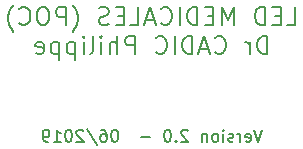
<source format=gbr>
G04 #@! TF.GenerationSoftware,KiCad,Pcbnew,(5.1.0)-1*
G04 #@! TF.CreationDate,2019-06-12T13:49:38+02:00*
G04 #@! TF.ProjectId,me-freeled,6d652d66-7265-4656-9c65-642e6b696361,rev?*
G04 #@! TF.SameCoordinates,Original*
G04 #@! TF.FileFunction,Legend,Bot*
G04 #@! TF.FilePolarity,Positive*
%FSLAX46Y46*%
G04 Gerber Fmt 4.6, Leading zero omitted, Abs format (unit mm)*
G04 Created by KiCad (PCBNEW (5.1.0)-1) date 2019-06-12 13:49:38*
%MOMM*%
%LPD*%
G04 APERTURE LIST*
%ADD10C,0.150000*%
%ADD11C,0.200000*%
G04 APERTURE END LIST*
D10*
X48703333Y-83272380D02*
X48370000Y-84272380D01*
X48036666Y-83272380D01*
X47322380Y-84224761D02*
X47417619Y-84272380D01*
X47608095Y-84272380D01*
X47703333Y-84224761D01*
X47750952Y-84129523D01*
X47750952Y-83748571D01*
X47703333Y-83653333D01*
X47608095Y-83605714D01*
X47417619Y-83605714D01*
X47322380Y-83653333D01*
X47274761Y-83748571D01*
X47274761Y-83843809D01*
X47750952Y-83939047D01*
X46846190Y-84272380D02*
X46846190Y-83605714D01*
X46846190Y-83796190D02*
X46798571Y-83700952D01*
X46750952Y-83653333D01*
X46655714Y-83605714D01*
X46560476Y-83605714D01*
X46274761Y-84224761D02*
X46179523Y-84272380D01*
X45989047Y-84272380D01*
X45893809Y-84224761D01*
X45846190Y-84129523D01*
X45846190Y-84081904D01*
X45893809Y-83986666D01*
X45989047Y-83939047D01*
X46131904Y-83939047D01*
X46227142Y-83891428D01*
X46274761Y-83796190D01*
X46274761Y-83748571D01*
X46227142Y-83653333D01*
X46131904Y-83605714D01*
X45989047Y-83605714D01*
X45893809Y-83653333D01*
X45417619Y-84272380D02*
X45417619Y-83605714D01*
X45417619Y-83272380D02*
X45465238Y-83320000D01*
X45417619Y-83367619D01*
X45370000Y-83320000D01*
X45417619Y-83272380D01*
X45417619Y-83367619D01*
X44798571Y-84272380D02*
X44893809Y-84224761D01*
X44941428Y-84177142D01*
X44989047Y-84081904D01*
X44989047Y-83796190D01*
X44941428Y-83700952D01*
X44893809Y-83653333D01*
X44798571Y-83605714D01*
X44655714Y-83605714D01*
X44560476Y-83653333D01*
X44512857Y-83700952D01*
X44465238Y-83796190D01*
X44465238Y-84081904D01*
X44512857Y-84177142D01*
X44560476Y-84224761D01*
X44655714Y-84272380D01*
X44798571Y-84272380D01*
X44036666Y-83605714D02*
X44036666Y-84272380D01*
X44036666Y-83700952D02*
X43989047Y-83653333D01*
X43893809Y-83605714D01*
X43750952Y-83605714D01*
X43655714Y-83653333D01*
X43608095Y-83748571D01*
X43608095Y-84272380D01*
X42417619Y-83367619D02*
X42370000Y-83320000D01*
X42274761Y-83272380D01*
X42036666Y-83272380D01*
X41941428Y-83320000D01*
X41893809Y-83367619D01*
X41846190Y-83462857D01*
X41846190Y-83558095D01*
X41893809Y-83700952D01*
X42465238Y-84272380D01*
X41846190Y-84272380D01*
X41417619Y-84177142D02*
X41370000Y-84224761D01*
X41417619Y-84272380D01*
X41465238Y-84224761D01*
X41417619Y-84177142D01*
X41417619Y-84272380D01*
X40750952Y-83272380D02*
X40655714Y-83272380D01*
X40560476Y-83320000D01*
X40512857Y-83367619D01*
X40465238Y-83462857D01*
X40417619Y-83653333D01*
X40417619Y-83891428D01*
X40465238Y-84081904D01*
X40512857Y-84177142D01*
X40560476Y-84224761D01*
X40655714Y-84272380D01*
X40750952Y-84272380D01*
X40846190Y-84224761D01*
X40893809Y-84177142D01*
X40941428Y-84081904D01*
X40989047Y-83891428D01*
X40989047Y-83653333D01*
X40941428Y-83462857D01*
X40893809Y-83367619D01*
X40846190Y-83320000D01*
X40750952Y-83272380D01*
X39227142Y-83891428D02*
X38465238Y-83891428D01*
X36274761Y-83272380D02*
X36179523Y-83272380D01*
X36084285Y-83320000D01*
X36036666Y-83367619D01*
X35989047Y-83462857D01*
X35941428Y-83653333D01*
X35941428Y-83891428D01*
X35989047Y-84081904D01*
X36036666Y-84177142D01*
X36084285Y-84224761D01*
X36179523Y-84272380D01*
X36274761Y-84272380D01*
X36370000Y-84224761D01*
X36417619Y-84177142D01*
X36465238Y-84081904D01*
X36512857Y-83891428D01*
X36512857Y-83653333D01*
X36465238Y-83462857D01*
X36417619Y-83367619D01*
X36370000Y-83320000D01*
X36274761Y-83272380D01*
X35084285Y-83272380D02*
X35274761Y-83272380D01*
X35370000Y-83320000D01*
X35417619Y-83367619D01*
X35512857Y-83510476D01*
X35560476Y-83700952D01*
X35560476Y-84081904D01*
X35512857Y-84177142D01*
X35465238Y-84224761D01*
X35370000Y-84272380D01*
X35179523Y-84272380D01*
X35084285Y-84224761D01*
X35036666Y-84177142D01*
X34989047Y-84081904D01*
X34989047Y-83843809D01*
X35036666Y-83748571D01*
X35084285Y-83700952D01*
X35179523Y-83653333D01*
X35370000Y-83653333D01*
X35465238Y-83700952D01*
X35512857Y-83748571D01*
X35560476Y-83843809D01*
X33846190Y-83224761D02*
X34703333Y-84510476D01*
X33560476Y-83367619D02*
X33512857Y-83320000D01*
X33417619Y-83272380D01*
X33179523Y-83272380D01*
X33084285Y-83320000D01*
X33036666Y-83367619D01*
X32989047Y-83462857D01*
X32989047Y-83558095D01*
X33036666Y-83700952D01*
X33608095Y-84272380D01*
X32989047Y-84272380D01*
X32370000Y-83272380D02*
X32274761Y-83272380D01*
X32179523Y-83320000D01*
X32131904Y-83367619D01*
X32084285Y-83462857D01*
X32036666Y-83653333D01*
X32036666Y-83891428D01*
X32084285Y-84081904D01*
X32131904Y-84177142D01*
X32179523Y-84224761D01*
X32274761Y-84272380D01*
X32370000Y-84272380D01*
X32465238Y-84224761D01*
X32512857Y-84177142D01*
X32560476Y-84081904D01*
X32608095Y-83891428D01*
X32608095Y-83653333D01*
X32560476Y-83462857D01*
X32512857Y-83367619D01*
X32465238Y-83320000D01*
X32370000Y-83272380D01*
X31084285Y-84272380D02*
X31655714Y-84272380D01*
X31370000Y-84272380D02*
X31370000Y-83272380D01*
X31465238Y-83415238D01*
X31560476Y-83510476D01*
X31655714Y-83558095D01*
X30608095Y-84272380D02*
X30417619Y-84272380D01*
X30322380Y-84224761D01*
X30274761Y-84177142D01*
X30179523Y-84034285D01*
X30131904Y-83843809D01*
X30131904Y-83462857D01*
X30179523Y-83367619D01*
X30227142Y-83320000D01*
X30322380Y-83272380D01*
X30512857Y-83272380D01*
X30608095Y-83320000D01*
X30655714Y-83367619D01*
X30703333Y-83462857D01*
X30703333Y-83700952D01*
X30655714Y-83796190D01*
X30608095Y-83843809D01*
X30512857Y-83891428D01*
X30322380Y-83891428D01*
X30227142Y-83843809D01*
X30179523Y-83796190D01*
X30131904Y-83700952D01*
D11*
X50798571Y-74383571D02*
X51512857Y-74383571D01*
X51512857Y-72883571D01*
X50298571Y-73597857D02*
X49798571Y-73597857D01*
X49584285Y-74383571D02*
X50298571Y-74383571D01*
X50298571Y-72883571D01*
X49584285Y-72883571D01*
X48941428Y-74383571D02*
X48941428Y-72883571D01*
X48584285Y-72883571D01*
X48370000Y-72955000D01*
X48227142Y-73097857D01*
X48155714Y-73240714D01*
X48084285Y-73526428D01*
X48084285Y-73740714D01*
X48155714Y-74026428D01*
X48227142Y-74169285D01*
X48370000Y-74312142D01*
X48584285Y-74383571D01*
X48941428Y-74383571D01*
X46298571Y-74383571D02*
X46298571Y-72883571D01*
X45798571Y-73955000D01*
X45298571Y-72883571D01*
X45298571Y-74383571D01*
X44584285Y-73597857D02*
X44084285Y-73597857D01*
X43870000Y-74383571D02*
X44584285Y-74383571D01*
X44584285Y-72883571D01*
X43870000Y-72883571D01*
X43227142Y-74383571D02*
X43227142Y-72883571D01*
X42870000Y-72883571D01*
X42655714Y-72955000D01*
X42512857Y-73097857D01*
X42441428Y-73240714D01*
X42370000Y-73526428D01*
X42370000Y-73740714D01*
X42441428Y-74026428D01*
X42512857Y-74169285D01*
X42655714Y-74312142D01*
X42870000Y-74383571D01*
X43227142Y-74383571D01*
X41727142Y-74383571D02*
X41727142Y-72883571D01*
X40155714Y-74240714D02*
X40227142Y-74312142D01*
X40441428Y-74383571D01*
X40584285Y-74383571D01*
X40798571Y-74312142D01*
X40941428Y-74169285D01*
X41012857Y-74026428D01*
X41084285Y-73740714D01*
X41084285Y-73526428D01*
X41012857Y-73240714D01*
X40941428Y-73097857D01*
X40798571Y-72955000D01*
X40584285Y-72883571D01*
X40441428Y-72883571D01*
X40227142Y-72955000D01*
X40155714Y-73026428D01*
X39584285Y-73955000D02*
X38870000Y-73955000D01*
X39727142Y-74383571D02*
X39227142Y-72883571D01*
X38727142Y-74383571D01*
X37512857Y-74383571D02*
X38227142Y-74383571D01*
X38227142Y-72883571D01*
X37012857Y-73597857D02*
X36512857Y-73597857D01*
X36298571Y-74383571D02*
X37012857Y-74383571D01*
X37012857Y-72883571D01*
X36298571Y-72883571D01*
X35727142Y-74312142D02*
X35512857Y-74383571D01*
X35155714Y-74383571D01*
X35012857Y-74312142D01*
X34941428Y-74240714D01*
X34870000Y-74097857D01*
X34870000Y-73955000D01*
X34941428Y-73812142D01*
X35012857Y-73740714D01*
X35155714Y-73669285D01*
X35441428Y-73597857D01*
X35584285Y-73526428D01*
X35655714Y-73455000D01*
X35727142Y-73312142D01*
X35727142Y-73169285D01*
X35655714Y-73026428D01*
X35584285Y-72955000D01*
X35441428Y-72883571D01*
X35084285Y-72883571D01*
X34870000Y-72955000D01*
X32655714Y-74955000D02*
X32727142Y-74883571D01*
X32870000Y-74669285D01*
X32941428Y-74526428D01*
X33012857Y-74312142D01*
X33084285Y-73955000D01*
X33084285Y-73669285D01*
X33012857Y-73312142D01*
X32941428Y-73097857D01*
X32870000Y-72955000D01*
X32727142Y-72740714D01*
X32655714Y-72669285D01*
X32084285Y-74383571D02*
X32084285Y-72883571D01*
X31512857Y-72883571D01*
X31370000Y-72955000D01*
X31298571Y-73026428D01*
X31227142Y-73169285D01*
X31227142Y-73383571D01*
X31298571Y-73526428D01*
X31370000Y-73597857D01*
X31512857Y-73669285D01*
X32084285Y-73669285D01*
X30298571Y-72883571D02*
X30012857Y-72883571D01*
X29870000Y-72955000D01*
X29727142Y-73097857D01*
X29655714Y-73383571D01*
X29655714Y-73883571D01*
X29727142Y-74169285D01*
X29870000Y-74312142D01*
X30012857Y-74383571D01*
X30298571Y-74383571D01*
X30441428Y-74312142D01*
X30584285Y-74169285D01*
X30655714Y-73883571D01*
X30655714Y-73383571D01*
X30584285Y-73097857D01*
X30441428Y-72955000D01*
X30298571Y-72883571D01*
X28155714Y-74240714D02*
X28227142Y-74312142D01*
X28441428Y-74383571D01*
X28584285Y-74383571D01*
X28798571Y-74312142D01*
X28941428Y-74169285D01*
X29012857Y-74026428D01*
X29084285Y-73740714D01*
X29084285Y-73526428D01*
X29012857Y-73240714D01*
X28941428Y-73097857D01*
X28798571Y-72955000D01*
X28584285Y-72883571D01*
X28441428Y-72883571D01*
X28227142Y-72955000D01*
X28155714Y-73026428D01*
X27655714Y-74955000D02*
X27584285Y-74883571D01*
X27441428Y-74669285D01*
X27370000Y-74526428D01*
X27298571Y-74312142D01*
X27227142Y-73955000D01*
X27227142Y-73669285D01*
X27298571Y-73312142D01*
X27370000Y-73097857D01*
X27441428Y-72955000D01*
X27584285Y-72740714D01*
X27655714Y-72669285D01*
X49155714Y-76833571D02*
X49155714Y-75333571D01*
X48798571Y-75333571D01*
X48584285Y-75405000D01*
X48441428Y-75547857D01*
X48370000Y-75690714D01*
X48298571Y-75976428D01*
X48298571Y-76190714D01*
X48370000Y-76476428D01*
X48441428Y-76619285D01*
X48584285Y-76762142D01*
X48798571Y-76833571D01*
X49155714Y-76833571D01*
X47655714Y-76833571D02*
X47655714Y-75833571D01*
X47655714Y-76119285D02*
X47584285Y-75976428D01*
X47512857Y-75905000D01*
X47370000Y-75833571D01*
X47227142Y-75833571D01*
X44727142Y-76690714D02*
X44798571Y-76762142D01*
X45012857Y-76833571D01*
X45155714Y-76833571D01*
X45370000Y-76762142D01*
X45512857Y-76619285D01*
X45584285Y-76476428D01*
X45655714Y-76190714D01*
X45655714Y-75976428D01*
X45584285Y-75690714D01*
X45512857Y-75547857D01*
X45370000Y-75405000D01*
X45155714Y-75333571D01*
X45012857Y-75333571D01*
X44798571Y-75405000D01*
X44727142Y-75476428D01*
X44155714Y-76405000D02*
X43441428Y-76405000D01*
X44298571Y-76833571D02*
X43798571Y-75333571D01*
X43298571Y-76833571D01*
X42798571Y-76833571D02*
X42798571Y-75333571D01*
X42441428Y-75333571D01*
X42227142Y-75405000D01*
X42084285Y-75547857D01*
X42012857Y-75690714D01*
X41941428Y-75976428D01*
X41941428Y-76190714D01*
X42012857Y-76476428D01*
X42084285Y-76619285D01*
X42227142Y-76762142D01*
X42441428Y-76833571D01*
X42798571Y-76833571D01*
X41298571Y-76833571D02*
X41298571Y-75333571D01*
X39727142Y-76690714D02*
X39798571Y-76762142D01*
X40012857Y-76833571D01*
X40155714Y-76833571D01*
X40370000Y-76762142D01*
X40512857Y-76619285D01*
X40584285Y-76476428D01*
X40655714Y-76190714D01*
X40655714Y-75976428D01*
X40584285Y-75690714D01*
X40512857Y-75547857D01*
X40370000Y-75405000D01*
X40155714Y-75333571D01*
X40012857Y-75333571D01*
X39798571Y-75405000D01*
X39727142Y-75476428D01*
X37941428Y-76833571D02*
X37941428Y-75333571D01*
X37370000Y-75333571D01*
X37227142Y-75405000D01*
X37155714Y-75476428D01*
X37084285Y-75619285D01*
X37084285Y-75833571D01*
X37155714Y-75976428D01*
X37227142Y-76047857D01*
X37370000Y-76119285D01*
X37941428Y-76119285D01*
X36441428Y-76833571D02*
X36441428Y-75333571D01*
X35798571Y-76833571D02*
X35798571Y-76047857D01*
X35870000Y-75905000D01*
X36012857Y-75833571D01*
X36227142Y-75833571D01*
X36370000Y-75905000D01*
X36441428Y-75976428D01*
X35084285Y-76833571D02*
X35084285Y-75833571D01*
X35084285Y-75333571D02*
X35155714Y-75405000D01*
X35084285Y-75476428D01*
X35012857Y-75405000D01*
X35084285Y-75333571D01*
X35084285Y-75476428D01*
X34155714Y-76833571D02*
X34298571Y-76762142D01*
X34370000Y-76619285D01*
X34370000Y-75333571D01*
X33584285Y-76833571D02*
X33584285Y-75833571D01*
X33584285Y-75333571D02*
X33655714Y-75405000D01*
X33584285Y-75476428D01*
X33512857Y-75405000D01*
X33584285Y-75333571D01*
X33584285Y-75476428D01*
X32870000Y-75833571D02*
X32870000Y-77333571D01*
X32870000Y-75905000D02*
X32727142Y-75833571D01*
X32441428Y-75833571D01*
X32298571Y-75905000D01*
X32227142Y-75976428D01*
X32155714Y-76119285D01*
X32155714Y-76547857D01*
X32227142Y-76690714D01*
X32298571Y-76762142D01*
X32441428Y-76833571D01*
X32727142Y-76833571D01*
X32870000Y-76762142D01*
X31512857Y-75833571D02*
X31512857Y-77333571D01*
X31512857Y-75905000D02*
X31370000Y-75833571D01*
X31084285Y-75833571D01*
X30941428Y-75905000D01*
X30870000Y-75976428D01*
X30798571Y-76119285D01*
X30798571Y-76547857D01*
X30870000Y-76690714D01*
X30941428Y-76762142D01*
X31084285Y-76833571D01*
X31370000Y-76833571D01*
X31512857Y-76762142D01*
X29584285Y-76762142D02*
X29727142Y-76833571D01*
X30012857Y-76833571D01*
X30155714Y-76762142D01*
X30227142Y-76619285D01*
X30227142Y-76047857D01*
X30155714Y-75905000D01*
X30012857Y-75833571D01*
X29727142Y-75833571D01*
X29584285Y-75905000D01*
X29512857Y-76047857D01*
X29512857Y-76190714D01*
X30227142Y-76333571D01*
M02*

</source>
